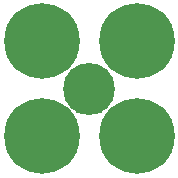
<source format=gts>
G04 #@! TF.FileFunction,Soldermask,Top*
%FSLAX46Y46*%
G04 Gerber Fmt 4.6, Leading zero omitted, Abs format (unit mm)*
G04 Created by KiCad (PCBNEW 4.0.1-3.201512221402+6198~38~ubuntu14.04.1-stable) date Tue 01 Mar 2016 10:08:03 PM PST*
%MOMM*%
G01*
G04 APERTURE LIST*
%ADD10C,0.100000*%
%ADD11R,3.400000X0.900000*%
%ADD12R,2.200000X0.900000*%
%ADD13C,4.400000*%
%ADD14C,6.400000*%
G04 APERTURE END LIST*
D10*
D11*
X131450000Y-88500000D03*
D12*
X131450000Y-91135000D03*
D13*
X131450000Y-89500000D03*
D14*
X135500000Y-93500000D03*
X135500000Y-85500000D03*
X127500000Y-85500000D03*
X127500000Y-93500000D03*
M02*

</source>
